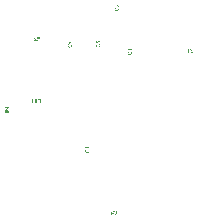
<source format=gbr>
%FSTAX23Y23*%
%MOIN*%
%SFA1B1*%

%IPPOS*%
%ADD10C,0.006000*%
%ADD11C,0.007874*%
%ADD12C,0.003937*%
%ADD13C,0.009843*%
%ADD16C,0.003150*%
%ADD17C,0.010000*%
%ADD19C,0.003000*%
G36*
X-00782Y-00006D02*
X-00782Y-00006D01*
X-00782Y-00006*
X-00783Y-00006*
X-00783Y-00006*
X-00783Y-00006*
X-00783Y-00007*
X-00783Y-00007*
X-00784Y-00007*
X-00784Y-00007*
X-00784Y-00007*
X-00784Y-00007*
X-00784Y-00007*
X-00784Y-00007*
X-00784Y-00007*
X-00784Y-00008*
X-00785Y-00008*
X-00785Y-00008*
X-00785Y-00008*
X-00785Y-00009*
X-00785Y-00009*
X-00785Y-00009*
X-00785Y-00009*
X-00785Y-00009*
X-00785Y-00009*
X-00785Y-00009*
X-00785Y-00009*
X-00787*
X-00787Y-00009*
X-00787Y-00009*
X-00786Y-00008*
X-00786Y-00008*
X-00786Y-00008*
X-00786Y-00008*
X-00786Y-00008*
X-00786Y-00008*
X-00786Y-00008*
X-00786Y-00008*
X-00786Y-00008*
X-00786Y-00008*
X-00786Y-00007*
X-00786Y-00007*
X-00785Y-00007*
X-00785Y-00006*
X-00785Y-00006*
X-00785Y-00006*
X-00785Y-00006*
X-00785Y-00006*
X-00785Y-00006*
X-00785Y-00006*
X-00785Y-00006*
X-00785Y-00006*
X-00795*
Y-00005*
X-00782*
Y-00006*
G37*
G36*
X-00782Y-00014D02*
X-00789D01*
X-0079Y-00014*
X-0079Y-00014*
X-00791Y-00014*
X-00791Y-00014*
X-00791Y-00015*
X-00792Y-00015*
X-00792Y-00015*
X-00792Y-00015*
X-00792Y-00015*
X-00792Y-00015*
X-00792Y-00015*
X-00793Y-00015*
X-00793Y-00015*
X-00793Y-00015*
X-00793Y-00015*
X-00793Y-00015*
X-00793Y-00015*
X-00793Y-00015*
X-00793Y-00016*
X-00793Y-00016*
X-00793Y-00016*
X-00793Y-00016*
X-00793Y-00017*
X-00793Y-00017*
X-00794Y-00017*
X-00794Y-00017*
X-00794Y-00017*
X-00794Y-00017*
Y-00018*
X-00794Y-00018*
Y-00018*
X-00794Y-00018*
X-00794Y-00019*
X-00793Y-00019*
X-00793Y-00019*
X-00793Y-00019*
X-00793Y-00019*
X-00793Y-00019*
X-00793Y-00019*
X-00793Y-00019*
X-00793Y-00019*
X-00793Y-0002*
X-00793Y-0002*
X-00793Y-0002*
Y-0002*
X-00793Y-0002*
X-00793Y-0002*
X-00793Y-0002*
X-00792Y-0002*
X-00792Y-00021*
X-00792Y-00021*
X-00792Y-00021*
X-00792Y-00021*
X-00792Y-00021*
X-00792Y-00021*
X-00792*
X-00792Y-00021*
X-00792Y-00021*
X-00791Y-00021*
X-00791Y-00021*
X-00791Y-00021*
X-0079Y-00021*
X-0079Y-00021*
X-0079Y-00021*
X-0079*
X-0079Y-00021*
X-0079*
X-0079*
X-0079*
X-00789*
X-00782*
Y-00023*
X-0079*
X-0079Y-00023*
X-0079Y-00023*
X-00791Y-00023*
X-00791Y-00023*
X-00791Y-00023*
X-00791Y-00023*
X-00792Y-00022*
X-00792Y-00022*
X-00792Y-00022*
X-00792Y-00022*
X-00792Y-00022*
X-00792Y-00022*
X-00793Y-00022*
X-00793Y-00022*
X-00793Y-00022*
X-00793*
X-00793Y-00022*
X-00793Y-00022*
X-00793Y-00022*
X-00793Y-00022*
X-00794Y-00022*
X-00794Y-00021*
X-00794Y-00021*
X-00794Y-00021*
X-00794Y-00021*
X-00794Y-00021*
X-00794Y-00021*
X-00794Y-00021*
X-00794Y-00021*
X-00794Y-00021*
X-00794Y-00021*
X-00795Y-00021*
X-00795Y-0002*
X-00795Y-0002*
X-00795Y-0002*
X-00795Y-0002*
X-00795Y-00019*
X-00795Y-00019*
X-00795Y-00019*
X-00795Y-00018*
X-00795Y-00018*
X-00795Y-00018*
X-00795Y-00018*
X-00795Y-00018*
Y-00018*
X-00795Y-00017*
X-00795Y-00017*
X-00795Y-00017*
X-00795Y-00016*
X-00795Y-00016*
X-00795Y-00016*
X-00795Y-00016*
X-00795Y-00015*
X-00795Y-00015*
X-00795Y-00015*
X-00795Y-00015*
X-00795Y-00015*
X-00794Y-00015*
X-00794Y-00015*
X-00794Y-00015*
X-00794Y-00015*
X-00794Y-00014*
X-00794Y-00014*
X-00794Y-00014*
X-00794Y-00014*
X-00794Y-00014*
X-00794Y-00014*
X-00793Y-00014*
X-00793Y-00013*
X-00793Y-00013*
X-00793Y-00013*
X-00793Y-00013*
X-00793Y-00013*
X-00793Y-00013*
X-00793Y-00013*
X-00793Y-00013*
X-00793*
X-00792Y-00013*
X-00792Y-00013*
X-00792Y-00013*
X-00791Y-00013*
X-00791Y-00013*
X-00791Y-00013*
X-0079Y-00013*
X-0079Y-00013*
X-0079Y-00013*
X-0079*
X-0079Y-00013*
X-0079*
X-0079*
X-0079*
X-00782*
Y-00014*
G37*
G36*
X-00452Y00322D02*
X-00452Y00322D01*
X-00452Y00322*
X-00451Y00321*
X-00451Y00321*
X-00451Y00321*
X-00451Y00321*
X-00451Y00321*
X-00451Y00321*
X-00451Y00321*
X-00451Y00321*
X-00451Y00321*
X-00451Y00321*
X-0045Y0032*
X-0045Y0032*
X-00449Y0032*
X-00449Y0032*
X-00449Y0032*
X-00449Y00319*
X-00449Y00319*
X-00449Y00319*
X-00449Y00319*
X-00448Y00319*
X-00448Y00319*
X-00448Y00319*
X-00448Y00319*
Y00318*
X-00449Y00318*
X-00449Y00318*
X-00449Y00318*
X-00449Y00318*
X-0045Y00318*
X-0045Y00318*
X-0045Y00318*
X-0045Y00318*
X-0045Y00318*
X-0045Y00318*
X-0045Y00318*
X-0045Y00318*
X-0045Y00319*
X-00451Y00319*
X-00451Y00319*
X-00451Y00319*
X-00451Y00319*
X-00451Y00319*
X-00451Y00319*
X-00451Y00319*
X-00451Y00319*
X-00451Y00319*
X-00451Y00319*
X-00451Y00319*
Y00309*
X-00453*
Y00322*
X-00452*
X-00452Y00322*
G37*
G36*
X-00439Y00316D02*
X-00435Y00309D01*
X-00437*
X-0044Y00314*
X-0044Y00314*
X-0044Y00314*
X-0044Y00314*
X-0044Y00314*
X-0044Y00315*
X-0044Y00315*
X-0044Y00315*
X-0044Y00315*
X-0044Y00315*
Y00315*
X-00441Y00315*
X-00441Y00314*
X-00441Y00314*
X-00441Y00314*
X-00441Y00314*
X-00441Y00314*
X-00441Y00314*
X-00444Y00309*
X-00446*
X-00441Y00316*
X-00446Y00322*
X-00444*
X-00441Y00319*
X-00441Y00319*
X-00441Y00318*
X-00441Y00318*
X-00441Y00318*
X-00441Y00318*
X-00441Y00318*
X-00441Y00318*
X-00441Y00318*
X-0044Y00317*
X-0044Y00317*
Y00317*
X-0044Y00318*
X-0044Y00318*
X-0044Y00318*
X-0044Y00318*
X-0044Y00319*
X-0044Y00319*
X-0044Y00319*
X-00439Y00319*
X-00439Y00319*
X-00439Y00319*
X-00439Y00319*
X-00437Y00322*
X-00435*
X-00439Y00316*
G37*
G36*
X-00962Y00363D02*
X-00962Y00363D01*
X-00962Y00363*
X-00961Y00363*
X-00961Y00363*
X-00961Y00363*
X-00961Y00363*
X-0096Y00363*
X-0096Y00362*
X-0096Y00362*
X-0096Y00362*
X-0096Y00362*
X-0096Y00362*
X-0096Y00362*
X-0096Y00362*
X-0096Y00362*
X-00959Y00362*
X-00959Y00362*
X-00959Y00361*
X-00959Y00361*
X-00959Y00361*
X-00959Y00361*
X-00959Y00361*
X-00959Y0036*
X-00959Y0036*
X-00958Y0036*
X-00958Y0036*
X-00958Y0036*
X-00958Y0036*
X-00958Y00359*
X-00958Y00359*
Y00359*
X-0096Y00359*
X-0096Y00359*
X-0096Y0036*
X-0096Y0036*
X-0096Y0036*
X-0096Y0036*
X-0096Y0036*
X-0096Y0036*
X-0096Y00361*
X-0096Y00361*
X-0096Y00361*
X-0096Y00361*
X-00961Y00361*
X-00961Y00361*
X-00961Y00361*
X-00961Y00361*
X-00961Y00361*
X-00961Y00361*
X-00961Y00361*
X-00961Y00361*
X-00961Y00361*
X-00961Y00362*
X-00962Y00362*
X-00962Y00362*
X-00962Y00362*
X-00962Y00362*
X-00962Y00362*
X-00962Y00362*
X-00962Y00362*
X-00962*
X-00963Y00362*
X-00963Y00362*
X-00963Y00362*
X-00963Y00362*
X-00963Y00362*
X-00963Y00362*
X-00964Y00361*
X-00964Y00361*
X-00964Y00361*
X-00964Y00361*
X-00964Y00361*
X-00964Y00361*
X-00964Y00361*
X-00964Y00361*
X-00964Y00361*
X-00964Y00361*
X-00964Y00361*
X-00964Y00361*
X-00965Y00361*
X-00965Y00361*
X-00965Y0036*
X-00965Y0036*
X-00965Y0036*
X-00965Y0036*
X-00965Y0036*
X-00965Y0036*
X-00965Y0036*
X-00965Y0036*
Y0036*
Y0036*
Y0036*
X-00965Y00359*
X-00965Y00359*
X-00965Y00359*
X-00965Y00359*
X-00965Y00359*
X-00965Y00358*
X-00964Y00358*
X-00964Y00358*
X-00964Y00358*
X-00964Y00358*
X-00964Y00358*
X-00964Y00358*
X-00964Y00358*
X-00964Y00358*
X-00964Y00357*
X-00964Y00357*
X-00964Y00357*
X-00963Y00357*
X-00963Y00357*
X-00963Y00356*
X-00963Y00356*
X-00962Y00356*
X-00962Y00356*
X-00962Y00356*
X-00962Y00355*
X-00962Y00355*
X-00962Y00355*
X-00961Y00355*
X-00961Y00355*
X-00961Y00355*
X-00961*
X-00961Y00355*
X-00961Y00355*
X-00961Y00354*
X-0096Y00354*
X-0096Y00354*
X-0096Y00354*
X-0096Y00354*
X-0096Y00354*
X-0096Y00353*
X-0096Y00353*
X-00959Y00353*
X-00959Y00353*
X-00959Y00353*
X-00959Y00353*
X-00959Y00353*
X-00959Y00353*
X-00959Y00353*
X-00959Y00352*
X-00959Y00352*
X-00958Y00352*
X-00958Y00352*
X-00958Y00352*
X-00958Y00352*
X-00958Y00351*
X-00958Y00351*
X-00958Y00351*
X-00958Y00351*
Y00351*
X-00958Y00351*
X-00958Y00351*
X-00958Y00351*
X-00958Y00351*
X-00958Y0035*
Y0035*
Y0035*
Y0035*
Y0035*
Y0035*
X-00967*
Y00352*
X-0096*
X-0096Y00352*
X-0096Y00352*
X-00961Y00352*
X-00961Y00352*
X-00961Y00352*
X-00961Y00352*
X-00961Y00353*
X-00961Y00353*
X-00961Y00353*
X-00961Y00353*
X-00961Y00353*
X-00961Y00353*
X-00962Y00353*
X-00962Y00354*
X-00962Y00354*
X-00962Y00354*
X-00962Y00354*
X-00962Y00354*
X-00963Y00354*
X-00963Y00354*
X-00963Y00354*
X-00963Y00354*
X-00963Y00354*
X-00963Y00355*
X-00964Y00355*
X-00964Y00355*
X-00964Y00355*
X-00964Y00355*
X-00964Y00356*
X-00965Y00356*
X-00965Y00356*
X-00965Y00356*
X-00965Y00356*
X-00965Y00356*
X-00965Y00356*
X-00965Y00356*
X-00965Y00356*
X-00965Y00356*
X-00965Y00357*
X-00966Y00357*
X-00966Y00357*
X-00966Y00357*
X-00966Y00358*
X-00966Y00358*
X-00966Y00358*
X-00966Y00358*
X-00966Y00358*
X-00966Y00358*
X-00966Y00358*
Y00358*
X-00966Y00358*
X-00966Y00359*
X-00966Y00359*
X-00966Y00359*
X-00966Y00359*
Y00359*
X-00966Y00359*
Y00359*
Y00359*
Y00359*
Y00359*
X-00966Y0036*
X-00966Y0036*
X-00966Y0036*
X-00966Y00361*
X-00966Y00361*
X-00966Y00361*
X-00966Y00361*
X-00966Y00361*
X-00966Y00361*
X-00966Y00362*
X-00966Y00362*
X-00966Y00362*
X-00966Y00362*
X-00965Y00362*
X-00965Y00362*
X-00965Y00362*
X-00965Y00362*
X-00965Y00362*
X-00965Y00362*
X-00965Y00363*
X-00964Y00363*
X-00964Y00363*
X-00964Y00363*
X-00964Y00363*
X-00963Y00363*
X-00963Y00363*
X-00963Y00363*
X-00963Y00363*
X-00963*
X-00963Y00363*
X-00962*
X-00962Y00363*
G37*
G36*
X-00946Y0035D02*
X-00948D01*
Y00356*
X-0095*
X-0095Y00356*
X-0095Y00356*
X-0095Y00356*
X-0095Y00356*
X-00951Y00356*
X-00951Y00356*
X-00951*
X-00951Y00356*
X-00951Y00356*
X-00951Y00356*
X-00951Y00356*
X-00951Y00356*
X-00951Y00356*
X-00951Y00355*
X-00951Y00355*
X-00952Y00355*
X-00952Y00355*
X-00952Y00355*
X-00952Y00355*
X-00952Y00355*
X-00952Y00355*
X-00952Y00355*
X-00952Y00355*
X-00952Y00355*
Y00355*
X-00952Y00354*
X-00952Y00354*
X-00953Y00354*
X-00953Y00354*
X-00953Y00353*
X-00953Y00353*
X-00953Y00353*
X-00953Y00353*
X-00953Y00353*
X-00953Y00353*
X-00953Y00353*
X-00953Y00353*
X-00953Y00353*
X-00955Y0035*
X-00957*
X-00955Y00354*
X-00955Y00354*
X-00955Y00354*
X-00954Y00355*
X-00954Y00355*
X-00954Y00355*
X-00954Y00355*
X-00954Y00355*
X-00954Y00355*
X-00954Y00355*
X-00954Y00355*
X-00954Y00355*
X-00954Y00355*
X-00954Y00355*
X-00954Y00355*
X-00953Y00356*
X-00953Y00356*
X-00953Y00356*
X-00953Y00356*
X-00953Y00356*
X-00953Y00356*
X-00953Y00356*
X-00953Y00356*
X-00953*
X-00953Y00356*
X-00953Y00356*
X-00954Y00356*
X-00954Y00356*
X-00954Y00356*
X-00954Y00356*
X-00955Y00357*
X-00955Y00357*
X-00955Y00357*
X-00955Y00357*
X-00955Y00357*
X-00955Y00357*
X-00955Y00357*
X-00955Y00357*
X-00955Y00357*
X-00955Y00357*
X-00956Y00357*
X-00956Y00358*
X-00956Y00358*
X-00956Y00358*
X-00956Y00358*
X-00956Y00358*
X-00956Y00359*
X-00956Y00359*
X-00956Y00359*
X-00956Y00359*
X-00956Y00359*
X-00956Y00359*
X-00956Y00359*
Y00359*
Y00359*
Y00359*
X-00956Y0036*
X-00956Y0036*
X-00956Y0036*
X-00956Y00361*
X-00956Y00361*
X-00956Y00361*
X-00956Y00361*
X-00956Y00361*
X-00956Y00361*
X-00956Y00361*
X-00956Y00361*
X-00956Y00361*
X-00956Y00361*
X-00956Y00361*
X-00956Y00362*
X-00955Y00362*
X-00955Y00362*
X-00955Y00362*
X-00955Y00362*
X-00955Y00362*
X-00955Y00362*
X-00955Y00362*
X-00955Y00363*
X-00954Y00363*
X-00954Y00363*
X-00954Y00363*
X-00954Y00363*
X-00954*
X-00954Y00363*
X-00954Y00363*
X-00954Y00363*
X-00954Y00363*
X-00953Y00363*
X-00953Y00363*
X-00952Y00363*
X-00952Y00363*
X-00952Y00363*
X-00952Y00363*
X-00946*
Y0035*
G37*
G36*
X-00702Y-0022D02*
X-00702Y-00221D01*
X-00703Y-00221*
X-00703Y-00221*
X-00703Y-00221*
X-00703Y-00221*
X-00703Y-00222*
X-00703Y-00222*
X-00703Y-00222*
X-00704Y-00222*
X-00704Y-00222*
X-00704Y-00222*
X-00704Y-00222*
X-00704Y-00222*
X-00704Y-00222*
X-00704Y-00222*
X-00704Y-00222*
X-00704Y-00222*
X-00704Y-00222*
X-00705Y-00222*
X-00705Y-00223*
X-00705Y-00223*
X-00705Y-00223*
X-00705*
X-00704Y-00223*
X-00704Y-00223*
X-00704Y-00223*
X-00703Y-00223*
X-00703Y-00223*
X-00703Y-00223*
X-00703Y-00223*
X-00703Y-00223*
X-00702Y-00223*
X-00702Y-00223*
X-00702Y-00224*
X-00702Y-00224*
X-00702Y-00224*
X-00702Y-00224*
X-00702Y-00224*
X-00702Y-00224*
X-00702Y-00224*
X-00702Y-00224*
X-00702Y-00224*
X-00701Y-00224*
X-00701Y-00225*
X-00701Y-00225*
X-00701Y-00225*
X-00701Y-00225*
X-00701Y-00225*
X-00701Y-00226*
X-00701Y-00226*
X-00701Y-00226*
X-00701Y-00226*
Y-00226*
Y-00226*
Y-00226*
X-00701Y-00226*
X-00701Y-00226*
X-00701Y-00227*
X-00701Y-00227*
X-00701Y-00227*
X-00701Y-00227*
X-00701Y-00228*
X-00701Y-00228*
X-00701Y-00228*
X-00701Y-00228*
X-00702Y-00228*
X-00702Y-00228*
X-00702Y-00228*
X-00702Y-00228*
X-00702Y-00228*
X-00702Y-00228*
X-00702Y-00228*
X-00702Y-00229*
X-00702Y-00229*
X-00702Y-00229*
X-00702Y-00229*
X-00703Y-00229*
X-00703Y-00229*
X-00703Y-00229*
X-00703Y-00229*
X-00703Y-00229*
X-00703Y-00229*
X-00703*
X-00703Y-00229*
X-00703Y-00229*
X-00704Y-00229*
X-00704Y-00229*
X-00704Y-00229*
X-00705Y-00229*
X-00705Y-00229*
X-00705Y-00229*
X-00705Y-0023*
X-00705Y-0023*
X-00711*
Y-00217*
X-0071*
Y-00222*
X-00707*
X-00707Y-00222*
X-00707Y-00222*
X-00707Y-00222*
X-00707Y-00222*
X-00707Y-00222*
X-00707Y-00222*
X-00707*
X-00707Y-00222*
X-00706Y-00222*
X-00706Y-00222*
X-00706Y-00222*
X-00706Y-00222*
X-00706Y-00222*
X-00706Y-00222*
X-00706Y-00222*
X-00706Y-00222*
X-00706Y-00222*
X-00705Y-00222*
X-00705Y-00221*
X-00705Y-00221*
X-00705Y-00221*
X-00705Y-00221*
X-00705Y-00221*
X-00705Y-00221*
Y-00221*
X-00705Y-00221*
X-00705Y-00221*
X-00705Y-00221*
X-00704Y-0022*
X-00704Y-0022*
X-00704Y-0022*
X-00704Y-0022*
X-00704Y-0022*
X-00704Y-0022*
X-00704Y-00219*
X-00704Y-00219*
X-00704Y-00219*
X-00704Y-00219*
X-00702Y-00217*
X-007*
X-00702Y-0022*
G37*
G36*
X-00695Y-00217D02*
X-00694Y-00217D01*
X-00694Y-00217*
X-00694Y-00217*
X-00693Y-00217*
X-00693Y-00217*
X-00693Y-00217*
X-00693Y-00217*
X-00693Y-00217*
X-00692Y-00217*
X-00692Y-00217*
X-00692Y-00217*
X-00692Y-00218*
X-00692Y-00218*
X-00692Y-00218*
X-00692Y-00218*
X-00692Y-00218*
X-00691Y-00218*
X-00691Y-00218*
X-00691Y-00219*
X-00691Y-00219*
X-00691Y-00219*
X-00691Y-00219*
X-00691Y-0022*
X-00691Y-0022*
X-00691Y-0022*
X-00691Y-0022*
X-00691Y-0022*
X-00691Y-0022*
X-00691Y-0022*
Y-0022*
Y-0022*
X-00691Y-00221*
X-00691Y-00221*
X-00691Y-00221*
X-00691Y-00221*
X-00691Y-00222*
X-00691Y-00222*
X-00691Y-00222*
X-00691Y-00222*
X-00691Y-00222*
X-00691Y-00222*
X-00691Y-00222*
X-00691Y-00222*
X-00691Y-00222*
X-00691Y-00223*
X-00691Y-00223*
X-00691Y-00223*
X-00691Y-00223*
X-00692Y-00223*
X-00692Y-00223*
X-00692Y-00223*
X-00692Y-00223*
X-00692Y-00223*
X-00692Y-00223*
X-00693Y-00223*
X-00693Y-00224*
X-00693Y-00224*
X-00693Y-00224*
X-00693Y-00224*
X-00693Y-00224*
X-00693Y-00224*
X-00693*
X-00693Y-00224*
X-00692Y-00224*
X-00692Y-00224*
X-00692Y-00224*
X-00692Y-00224*
X-00692Y-00225*
X-00692Y-00225*
X-00692Y-00225*
X-00692Y-00225*
Y-00225*
X-00692Y-00225*
X-00691Y-00225*
X-00691Y-00226*
X-00691Y-00226*
X-00691Y-00226*
X-00691Y-00226*
Y-00226*
X-00691Y-00226*
Y-00226*
Y-00226*
Y-00226*
Y-00226*
X-00691Y-00227*
X-00691Y-00227*
X-00691Y-00227*
X-00692Y-00227*
X-00692Y-00228*
X-00692Y-00228*
X-00692Y-00228*
X-00692Y-00228*
X-00692Y-00228*
X-00692Y-00228*
X-00692Y-00228*
X-00692Y-00228*
X-00692Y-00228*
X-00692Y-00228*
X-00692Y-00229*
X-00693Y-00229*
X-00693Y-00229*
X-00693Y-00229*
X-00693Y-00229*
X-00693Y-00229*
X-00693Y-00229*
X-00693Y-00229*
X-00693*
X-00693Y-00229*
X-00694Y-00229*
X-00694Y-00229*
X-00694Y-0023*
X-00695Y-0023*
X-00695Y-0023*
X-00695Y-0023*
X-00695*
X-00695Y-0023*
X-00695*
X-00695Y-0023*
X-00696Y-0023*
X-00696Y-00229*
X-00696Y-00229*
X-00696Y-00229*
X-00697Y-00229*
X-00697Y-00229*
X-00697Y-00229*
X-00697Y-00229*
X-00697Y-00229*
X-00697Y-00229*
X-00697Y-00229*
X-00697Y-00229*
X-00698Y-00229*
X-00698Y-00229*
X-00698Y-00229*
X-00698Y-00229*
X-00698Y-00228*
X-00698Y-00228*
X-00698Y-00228*
X-00698Y-00228*
X-00698Y-00228*
X-00699Y-00227*
X-00699Y-00227*
X-00699Y-00227*
X-00699Y-00227*
X-00699Y-00227*
X-00699Y-00227*
X-00699Y-00226*
X-00699Y-00226*
X-00699Y-00226*
Y-00226*
X-00697Y-00226*
X-00697Y-00226*
X-00697Y-00226*
X-00697Y-00227*
X-00697Y-00227*
X-00697Y-00227*
X-00697Y-00227*
X-00697Y-00227*
X-00697Y-00227*
X-00697Y-00227*
X-00697Y-00227*
X-00697Y-00228*
X-00697Y-00228*
X-00697Y-00228*
X-00697Y-00228*
X-00697Y-00228*
X-00697Y-00228*
X-00696Y-00228*
X-00696Y-00228*
X-00696Y-00228*
X-00696Y-00228*
X-00696Y-00228*
X-00696Y-00228*
X-00695Y-00228*
X-00695Y-00228*
X-00695Y-00228*
X-00695Y-00228*
X-00695*
X-00695Y-00228*
X-00695Y-00228*
X-00694Y-00228*
X-00694Y-00228*
X-00694Y-00228*
X-00694Y-00228*
X-00694Y-00228*
X-00694Y-00228*
X-00694Y-00228*
X-00694Y-00228*
X-00694Y-00228*
X-00693Y-00228*
X-00693Y-00228*
X-00693Y-00228*
X-00693Y-00227*
X-00693Y-00227*
X-00693Y-00227*
X-00693Y-00227*
X-00693Y-00227*
X-00693Y-00227*
X-00693Y-00226*
X-00693Y-00226*
X-00693Y-00226*
Y-00226*
Y-00226*
Y-00226*
X-00693Y-00226*
X-00693Y-00226*
X-00693Y-00226*
X-00693Y-00226*
X-00693Y-00225*
X-00693Y-00225*
X-00693Y-00225*
X-00693Y-00225*
X-00693Y-00225*
X-00693Y-00225*
X-00694Y-00225*
X-00694Y-00225*
X-00694Y-00225*
X-00694Y-00225*
X-00694Y-00225*
X-00694Y-00225*
X-00694Y-00225*
X-00694Y-00224*
X-00694Y-00224*
X-00695Y-00224*
X-00695Y-00224*
X-00695Y-00224*
X-00695Y-00224*
X-00695Y-00224*
X-00695*
X-00695Y-00224*
X-00696*
X-00696Y-00224*
X-00696Y-00224*
X-00696*
X-00696Y-00223*
X-00696Y-00223*
X-00695Y-00223*
X-00695Y-00223*
X-00695Y-00223*
X-00695Y-00223*
X-00695Y-00223*
X-00695*
X-00695Y-00223*
X-00694Y-00223*
X-00694Y-00223*
X-00694Y-00223*
X-00694Y-00223*
X-00694Y-00223*
X-00694Y-00223*
X-00694Y-00223*
X-00693Y-00223*
X-00693Y-00222*
X-00693Y-00222*
X-00693Y-00222*
X-00693Y-00222*
X-00693Y-00222*
X-00693Y-00222*
X-00693Y-00222*
X-00693Y-00222*
X-00693Y-00222*
X-00693Y-00222*
X-00693Y-00222*
X-00693Y-00222*
X-00692Y-00221*
X-00692Y-00221*
X-00692Y-00221*
X-00692Y-00221*
X-00692Y-00221*
X-00692Y-00221*
X-00692Y-00221*
Y-00221*
Y-0022*
Y-0022*
X-00692Y-0022*
X-00692Y-0022*
X-00692Y-0022*
X-00692Y-0022*
X-00692Y-0022*
X-00693Y-00219*
X-00693Y-00219*
X-00693Y-00219*
X-00693Y-00219*
X-00693Y-00219*
X-00693Y-00219*
X-00693Y-00219*
X-00693Y-00219*
X-00693Y-00219*
X-00693Y-00219*
X-00693Y-00219*
X-00693Y-00218*
X-00693Y-00218*
X-00694Y-00218*
X-00694Y-00218*
X-00694Y-00218*
X-00694Y-00218*
X-00694Y-00218*
X-00694Y-00218*
X-00694Y-00218*
X-00695Y-00218*
X-00695Y-00218*
X-00695Y-00218*
X-00695Y-00218*
X-00695*
X-00695Y-00218*
X-00695Y-00218*
X-00696Y-00218*
X-00696Y-00218*
X-00696Y-00218*
X-00696Y-00218*
X-00696Y-00218*
X-00696Y-00218*
X-00696Y-00218*
X-00696Y-00218*
X-00697Y-00218*
X-00697Y-00218*
X-00697Y-00218*
X-00697Y-00219*
X-00697Y-00219*
X-00697Y-00219*
X-00697Y-00219*
X-00697Y-00219*
X-00697Y-0022*
X-00697Y-0022*
X-00697Y-0022*
X-00697Y-0022*
X-00697Y-0022*
X-00697Y-0022*
X-00697Y-0022*
X-00697Y-0022*
Y-0022*
X-00699Y-0022*
X-00699Y-0022*
X-00699Y-0022*
X-00699Y-00219*
X-00699Y-00219*
X-00699Y-00219*
X-00699Y-00219*
X-00698Y-00218*
X-00698Y-00218*
X-00698Y-00218*
X-00698Y-00218*
X-00698Y-00218*
X-00698Y-00218*
X-00698Y-00218*
X-00698Y-00218*
X-00698Y-00218*
X-00698Y-00217*
X-00698Y-00217*
X-00697Y-00217*
X-00697Y-00217*
X-00697Y-00217*
X-00697Y-00217*
X-00696Y-00217*
X-00696Y-00217*
X-00696Y-00217*
X-00696Y-00217*
X-00696Y-00217*
X-00695Y-00217*
X-00695Y-00217*
X-00695*
X-00695Y-00217*
X-00695*
X-00695Y-00217*
G37*
G36*
X-00971Y00155D02*
X-00971Y00155D01*
X-00971Y00155*
X-00971Y00155*
X-0097Y00154*
X-0097Y00154*
X-0097Y00154*
X-0097Y00154*
X-0097Y00154*
X-0097Y00154*
X-0097Y00154*
X-0097Y00154*
X-0097Y00154*
X-00969Y00154*
X-00969Y00153*
X-00969Y00153*
X-00968Y00153*
X-00968Y00153*
X-00968Y00153*
X-00968Y00153*
X-00968Y00152*
X-00968Y00152*
X-00968Y00152*
X-00968Y00152*
X-00967Y00152*
X-00967Y00152*
Y00151*
X-00968Y00151*
X-00968Y00151*
X-00968Y00151*
X-00969Y00151*
X-00969Y00151*
X-00969Y00151*
X-00969Y00151*
X-00969Y00152*
X-00969Y00152*
X-00969Y00152*
X-00969Y00152*
X-00969Y00152*
X-00969Y00152*
X-0097Y00152*
X-0097Y00152*
X-0097Y00152*
X-0097Y00152*
X-0097Y00153*
X-0097Y00153*
X-00971Y00153*
X-00971Y00153*
X-00971Y00153*
X-00971Y00153*
X-00971Y00153*
Y00143*
X-00972*
Y00156*
X-00971*
X-00971Y00155*
G37*
G36*
X-00944Y00143D02*
X-00946D01*
Y00149*
X-00952*
Y0015*
X-00946*
Y00154*
X-00953*
Y00156*
X-00944*
Y00143*
G37*
G36*
X-00955D02*
X-0096D01*
X-0096Y00143*
X-0096Y00143*
X-00961Y00143*
X-00961Y00143*
X-00961Y00143*
X-00961Y00143*
X-00961Y00143*
X-00961Y00143*
X-00962Y00143*
X-00962Y00143*
X-00962Y00143*
X-00962Y00143*
X-00962Y00143*
X-00962Y00143*
X-00962*
X-00962Y00143*
X-00962Y00143*
X-00963Y00143*
X-00963Y00143*
X-00963Y00143*
X-00963Y00143*
X-00963Y00143*
X-00963Y00143*
X-00963Y00144*
X-00963Y00144*
X-00963*
X-00963Y00144*
X-00964Y00144*
X-00964Y00144*
X-00964Y00144*
X-00964Y00144*
X-00964Y00145*
X-00964Y00145*
X-00964Y00145*
X-00964Y00145*
X-00964Y00145*
Y00145*
X-00964Y00145*
X-00964Y00145*
X-00964Y00146*
X-00965Y00146*
X-00965Y00146*
X-00965Y00146*
X-00965Y00146*
Y00146*
X-00965Y00146*
Y00146*
Y00146*
Y00146*
X-00965Y00147*
X-00965Y00147*
X-00965Y00147*
X-00964Y00147*
X-00964Y00147*
X-00964Y00148*
X-00964Y00148*
X-00964Y00148*
X-00964Y00148*
X-00964Y00148*
X-00964Y00148*
X-00964Y00148*
X-00964Y00148*
X-00964Y00148*
X-00964Y00148*
X-00964Y00148*
X-00964Y00148*
X-00964Y00149*
X-00963Y00149*
X-00963Y00149*
X-00963Y00149*
X-00963Y00149*
X-00963Y00149*
X-00962Y00149*
X-00962Y00149*
X-00962Y00149*
X-00962Y00149*
X-00962Y0015*
X-00962*
X-00962Y0015*
X-00963Y0015*
X-00963Y0015*
X-00963Y0015*
X-00963Y0015*
X-00963Y00151*
X-00963Y00151*
X-00963Y00151*
X-00963Y00151*
Y00151*
X-00964Y00151*
X-00964Y00151*
X-00964Y00151*
X-00964Y00152*
X-00964Y00152*
X-00964Y00152*
X-00964Y00152*
Y00152*
X-00964Y00152*
Y00152*
Y00152*
Y00152*
Y00152*
X-00964Y00153*
X-00964Y00153*
X-00964Y00153*
X-00964Y00153*
X-00964Y00154*
X-00964Y00154*
X-00964Y00154*
X-00964Y00154*
X-00963Y00154*
X-00963Y00154*
X-00963Y00154*
X-00963Y00154*
X-00963Y00154*
X-00963Y00154*
X-00963Y00155*
X-00963Y00155*
X-00962Y00155*
X-00962Y00155*
X-00962Y00155*
X-00962Y00155*
X-00962Y00155*
X-00962Y00155*
X-00962*
X-00962Y00155*
X-00962Y00155*
X-00961Y00155*
X-00961Y00155*
X-00961Y00155*
X-0096Y00155*
X-0096Y00155*
X-0096Y00155*
X-0096*
X-0096Y00156*
X-00955*
Y00143*
G37*
G36*
X-01051Y00127D02*
X-01051Y00127D01*
X-01052Y00127*
X-01052Y00127*
X-01052Y00127*
X-01052Y00127*
X-01053Y00126*
X-01053Y00126*
X-01053Y00126*
X-01053Y00126*
X-01053Y00126*
X-01053Y00126*
X-01053Y00126*
X-01053Y00126*
X-01053Y00126*
X-01054Y00125*
X-01054Y00125*
X-01054Y00125*
X-01054Y00125*
X-01054Y00124*
X-01054Y00124*
X-01054Y00124*
X-01054Y00124*
X-01054Y00124*
X-01054Y00124*
X-01055Y00124*
X-01055Y00124*
X-01056*
X-01056Y00124*
X-01056Y00124*
X-01056Y00125*
X-01056Y00125*
X-01055Y00125*
X-01055Y00125*
X-01055Y00125*
X-01055Y00125*
X-01055Y00125*
X-01055Y00125*
X-01055Y00125*
X-01055Y00125*
X-01055Y00126*
X-01055Y00126*
X-01055Y00126*
X-01054Y00126*
X-01054Y00127*
X-01054Y00127*
X-01054Y00127*
X-01054Y00127*
X-01054Y00127*
X-01054Y00127*
X-01054Y00127*
X-01054Y00127*
X-01064*
Y00128*
X-01051*
Y00127*
G37*
G36*
X-01057Y00121D02*
X-01057Y00121D01*
X-01056Y00121*
X-01056Y00121*
X-01056Y00121*
X-01056Y00121*
X-01056Y00121*
X-01055Y00121*
X-01055Y00121*
X-01055Y0012*
X-01055Y0012*
X-01055Y0012*
X-01055Y0012*
X-01055Y0012*
X-01055Y0012*
X-01054Y0012*
X-01054Y0012*
X-01054Y0012*
X-01054Y0012*
X-01054Y0012*
X-01053Y0012*
X-01053Y0012*
X-01053Y00119*
X-01053Y00119*
X-01053Y00119*
X-01053Y00119*
X-01053Y00119*
X-01053Y00119*
X-01053Y00119*
X-01052Y00119*
X-01052Y00119*
X-01052Y00119*
X-01052Y00118*
X-01052Y00118*
X-01052Y00118*
X-01052Y00117*
X-01052Y00117*
X-01052Y00117*
X-01052Y00117*
X-01052Y00117*
X-01052Y00117*
X-01052Y00117*
Y00117*
X-01052Y00117*
X-01051Y00117*
X-01051Y00116*
X-01051Y00116*
X-01051Y00116*
X-01051Y00115*
Y00115*
X-01051Y00115*
Y0011*
X-01064*
Y00115*
X-01064Y00115*
X-01064Y00116*
X-01064Y00116*
X-01064Y00116*
X-01064Y00116*
X-01064Y00116*
X-01064Y00116*
X-01064Y00117*
X-01064Y00117*
X-01064Y00117*
X-01064Y00117*
X-01064Y00117*
X-01064Y00117*
Y00117*
X-01064Y00117*
X-01064Y00118*
X-01064Y00118*
X-01064Y00118*
X-01063Y00118*
X-01063Y00118*
X-01063Y00118*
X-01063Y00118*
X-01063Y00118*
X-01063Y00118*
X-01063Y00118*
Y00118*
X-01063Y00119*
X-01063Y00119*
X-01063Y00119*
X-01063Y00119*
X-01062Y00119*
X-01062Y0012*
X-01062Y0012*
X-01062Y0012*
X-01062Y0012*
X-01062Y0012*
X-01062Y0012*
X-01062Y0012*
X-01061Y0012*
X-01061Y0012*
X-01061Y0012*
X-01061Y0012*
X-01061Y0012*
X-0106Y0012*
X-0106Y0012*
X-0106Y00121*
X-0106Y00121*
X-0106*
X-0106Y00121*
X-01059Y00121*
X-01059Y00121*
X-01059Y00121*
X-01059Y00121*
X-01058Y00121*
X-01058Y00121*
X-01058Y00121*
X-01058Y00121*
X-01058*
X-01058*
X-01058*
X-01058*
X-01057*
X-01057Y00121*
G37*
G36*
X-00849Y00347D02*
X-00841D01*
Y00345*
X-00849Y0034*
X-0085*
Y00345*
X-00854*
Y00347*
X-0085*
Y00348*
X-00849*
Y00347*
G37*
G36*
X-00849Y00337D02*
X-00849Y00337D01*
X-0085Y00337*
X-0085Y00337*
X-0085Y00337*
X-0085Y00337*
X-00851Y00336*
X-00851Y00336*
X-00851Y00336*
X-00851Y00336*
X-00851Y00336*
X-00851Y00336*
X-00851Y00336*
X-00851Y00336*
X-00851Y00336*
X-00851Y00336*
X-00851Y00336*
X-00852Y00335*
X-00852Y00335*
X-00852Y00335*
X-00852Y00335*
X-00852Y00335*
X-00852Y00334*
X-00852Y00334*
X-00852Y00334*
X-00852Y00334*
X-00852Y00334*
X-00852Y00334*
X-00852Y00333*
Y00333*
X-00852Y00333*
Y00333*
X-00852Y00333*
X-00852Y00333*
X-00852Y00332*
X-00852Y00332*
X-00852Y00332*
X-00852Y00332*
X-00852Y00332*
X-00852Y00332*
X-00852Y00331*
X-00852Y00331*
X-00852Y00331*
X-00852Y00331*
X-00852Y00331*
X-00852Y00331*
X-00852Y00331*
X-00852Y00331*
X-00851Y00331*
X-00851Y00331*
X-00851Y0033*
X-00851Y0033*
X-00851Y0033*
X-00851Y0033*
X-00851Y0033*
X-0085Y0033*
X-0085Y0033*
X-0085Y0033*
X-0085Y0033*
X-0085Y0033*
X-0085Y0033*
X-0085Y0033*
X-0085Y0033*
X-00849Y00329*
X-00849Y00329*
X-00848Y00329*
X-00848Y00329*
X-00848Y00329*
X-00848Y00329*
X-00848Y00329*
X-00847Y00329*
X-00847*
X-00847Y00329*
X-00847*
X-00847*
X-00847*
X-00847Y00329*
X-00846Y00329*
X-00846Y00329*
X-00846Y00329*
X-00846Y00329*
X-00845Y00329*
X-00845Y00329*
X-00845Y00329*
X-00845Y00329*
X-00845Y00329*
X-00845Y00329*
X-00845Y00329*
X-00845Y0033*
X-00845*
X-00844Y0033*
X-00844Y0033*
X-00844Y0033*
X-00844Y0033*
X-00844Y0033*
X-00843Y0033*
X-00843Y0033*
X-00843Y0033*
X-00843Y0033*
X-00843Y00331*
X-00843Y00331*
X-00843Y00331*
X-00843Y00331*
X-00843Y00331*
X-00843Y00331*
X-00843Y00331*
X-00843Y00331*
X-00842Y00331*
X-00842Y00332*
X-00842Y00332*
X-00842Y00332*
X-00842Y00332*
X-00842Y00332*
X-00842Y00333*
X-00842Y00333*
X-00842Y00333*
X-00842Y00333*
X-00842Y00333*
X-00842Y00333*
Y00333*
X-00842Y00334*
X-00842Y00334*
X-00842Y00334*
X-00842Y00334*
X-00842Y00334*
X-00842Y00335*
X-00842Y00335*
X-00842Y00335*
X-00842Y00335*
X-00842Y00335*
X-00842Y00335*
X-00843Y00335*
X-00843Y00335*
X-00843Y00335*
X-00843Y00335*
X-00843Y00335*
X-00843Y00336*
X-00843Y00336*
X-00843Y00336*
X-00843Y00336*
X-00844Y00336*
X-00844Y00336*
X-00844Y00337*
X-00844Y00337*
X-00844Y00337*
X-00844Y00337*
X-00845Y00337*
X-00845Y00337*
X-00845Y00337*
X-00845*
X-00844Y00338*
X-00844Y00338*
X-00844Y00338*
X-00843Y00338*
X-00843Y00338*
X-00843Y00338*
X-00843Y00338*
X-00842Y00337*
X-00842Y00337*
X-00842Y00337*
X-00842Y00337*
X-00842Y00337*
X-00842Y00337*
X-00842Y00337*
X-00842Y00337*
X-00842Y00337*
X-00842Y00337*
X-00841Y00336*
X-00841Y00336*
X-00841Y00336*
X-00841Y00336*
X-00841Y00335*
X-00841Y00335*
X-00841Y00335*
X-00841Y00335*
X-00841Y00334*
X-00841Y00334*
X-00841Y00334*
X-00841Y00334*
Y00334*
X-00841Y00333*
Y00333*
X-00841Y00333*
X-00841Y00333*
X-00841Y00332*
X-00841Y00332*
X-00841Y00332*
X-00841Y00332*
X-00841Y00331*
X-00841Y00331*
X-00841Y00331*
X-00841Y00331*
X-00841Y00331*
X-00841Y00331*
X-00841Y0033*
X-00841Y0033*
X-00841Y0033*
X-00841Y0033*
X-00841Y0033*
X-00842Y0033*
X-00842Y0033*
X-00842Y00329*
X-00842Y00329*
X-00842Y00329*
X-00843Y00329*
X-00843Y00329*
X-00843Y00329*
X-00843Y00328*
X-00843Y00328*
X-00843Y00328*
X-00843Y00328*
X-00843Y00328*
X-00844Y00328*
X-00844Y00328*
X-00844Y00328*
X-00844Y00328*
X-00844Y00328*
X-00845Y00328*
X-00845Y00328*
X-00845Y00328*
X-00846Y00328*
X-00846Y00327*
X-00846Y00327*
X-00846Y00327*
X-00847Y00327*
X-00847Y00327*
X-00847Y00327*
X-00847*
X-00847*
X-00847*
X-00847*
X-00847Y00327*
X-00848Y00327*
X-00848Y00327*
X-00848Y00327*
X-00849Y00328*
X-00849Y00328*
X-00849Y00328*
X-00849Y00328*
X-0085Y00328*
X-0085Y00328*
X-0085Y00328*
X-0085Y00328*
X-0085Y00328*
X-0085Y00328*
X-0085Y00328*
X-0085Y00328*
X-00851Y00328*
X-00851Y00328*
X-00851Y00328*
X-00852Y00329*
X-00852Y00329*
X-00852Y00329*
X-00852Y00329*
X-00852Y00329*
X-00852Y00329*
X-00853Y0033*
X-00853Y0033*
X-00853Y0033*
X-00853Y0033*
X-00853Y0033*
X-00853Y0033*
X-00853Y0033*
X-00853Y0033*
X-00853Y00331*
X-00853Y00331*
X-00853Y00331*
X-00853Y00331*
X-00854Y00332*
X-00854Y00332*
X-00854Y00332*
X-00854Y00332*
X-00854Y00333*
X-00854Y00333*
X-00854Y00333*
Y00333*
X-00854Y00333*
Y00333*
X-00854Y00334*
X-00854Y00334*
X-00854Y00334*
X-00854Y00335*
X-00853Y00335*
X-00853Y00335*
X-00853Y00336*
X-00853Y00336*
X-00853Y00336*
X-00853Y00336*
X-00853Y00336*
X-00853Y00337*
X-00853Y00337*
X-00853Y00337*
X-00853Y00337*
X-00853Y00337*
X-00852Y00337*
X-00852Y00337*
X-00852Y00337*
X-00852Y00338*
X-00851Y00338*
X-00851Y00338*
X-00851Y00338*
X-00851Y00338*
X-0085Y00338*
X-0085Y00338*
X-0085Y00339*
X-0085Y00339*
X-0085Y00339*
X-0085Y00339*
X-0085Y00339*
X-0085*
X-00849Y00339*
X-00849*
X-00849Y00337*
G37*
G36*
X-00693Y0047D02*
X-00693Y0047D01*
X-00692Y0047*
X-00692Y0047*
X-00692Y0047*
X-00692Y0047*
X-00692Y0047*
X-00692Y0047*
X-00691Y00469*
X-00691Y00469*
X-00691Y00469*
X-00691Y00469*
X-00691Y00469*
X-00691Y00469*
X-00691Y00469*
X-00691Y00469*
X-00691Y00469*
X-00691Y00469*
X-00691Y00469*
X-0069Y00469*
X-0069Y00469*
X-0069Y00468*
X-0069Y00468*
X-0069Y00468*
X-0069Y00468*
X-0069Y00468*
X-0069Y00468*
X-0069Y00468*
X-0069Y00468*
X-0069Y00467*
Y00467*
X-0069Y00468*
X-0069Y00468*
X-00689Y00468*
X-00689Y00468*
X-00689Y00469*
X-00689Y00469*
X-00689Y00469*
X-00689Y00469*
X-00689Y00469*
X-00689*
X-00689Y00469*
X-00688Y00469*
X-00688Y00469*
X-00688Y00469*
X-00688Y00469*
X-00688Y00469*
X-00687*
X-00687Y00469*
X-00687*
X-00687*
X-00687*
X-00687*
X-00687Y00469*
X-00687Y00469*
X-00686Y00469*
X-00686Y00469*
X-00686Y00469*
X-00686Y00469*
X-00686Y00469*
X-00686Y00469*
X-00686Y00469*
X-00686Y00469*
X-00686Y00469*
X-00686Y00469*
X-00685Y00469*
X-00685Y00468*
X-00685Y00468*
X-00685Y00468*
X-00685Y00468*
X-00685Y00468*
X-00685Y00468*
X-00684Y00467*
X-00684Y00467*
X-00684Y00467*
Y00467*
X-00684Y00467*
X-00684Y00467*
X-00684Y00466*
X-00684Y00466*
X-00684Y00466*
X-00684Y00466*
X-00684Y00466*
Y00466*
X-00684Y00466*
Y00465*
X-00684Y00465*
X-00684Y00465*
X-00684Y00465*
X-00684Y00464*
X-00684Y00464*
X-00684Y00464*
X-00684Y00464*
X-00684Y00464*
X-00685Y00463*
X-00685Y00463*
X-00685Y00463*
X-00685Y00463*
X-00685Y00463*
X-00685Y00463*
X-00685Y00463*
X-00685Y00463*
X-00685Y00463*
X-00685Y00463*
X-00685Y00462*
X-00686Y00462*
X-00686Y00462*
X-00686Y00462*
X-00686Y00462*
X-00686Y00462*
X-00687Y00462*
X-00687Y00462*
X-00687Y00462*
X-00687Y00462*
X-00687Y00462*
X-00687Y00462*
X-00687Y00462*
X-00687*
X-00688Y00463*
X-00687Y00463*
X-00687Y00463*
X-00687Y00463*
X-00687Y00463*
X-00687Y00463*
X-00687Y00464*
X-00686Y00464*
X-00686Y00464*
X-00686Y00464*
X-00686Y00464*
X-00686Y00464*
X-00686Y00464*
X-00686Y00464*
X-00686Y00464*
X-00686Y00464*
X-00686Y00464*
X-00686Y00464*
X-00686Y00464*
X-00686Y00464*
X-00686Y00464*
X-00685Y00465*
X-00685Y00465*
X-00685Y00465*
X-00685Y00465*
X-00685Y00465*
X-00685Y00465*
Y00465*
X-00685Y00466*
X-00685Y00466*
X-00685Y00466*
X-00685Y00466*
X-00686Y00467*
X-00686Y00467*
X-00686Y00467*
X-00686Y00467*
X-00686Y00467*
X-00686Y00467*
X-00686Y00467*
X-00686Y00467*
X-00686Y00467*
X-00686Y00467*
X-00686Y00467*
X-00686Y00467*
X-00686Y00467*
X-00687Y00467*
X-00687Y00468*
X-00687Y00468*
X-00687Y00468*
X-00687Y00468*
X-00687Y00468*
X-00687*
X-00687*
X-00687*
X-00687Y00468*
X-00688Y00468*
X-00688Y00468*
X-00688Y00467*
X-00688Y00467*
X-00688Y00467*
X-00688Y00467*
X-00689Y00467*
X-00689Y00467*
X-00689Y00467*
X-00689Y00467*
X-00689Y00467*
X-00689Y00467*
X-00689Y00467*
X-00689Y00467*
X-00689Y00467*
X-00689Y00467*
X-00689Y00466*
X-00689Y00466*
X-00689Y00466*
X-00689Y00466*
X-00689Y00465*
X-00689Y00465*
X-00689Y00465*
Y00465*
X-00689Y00465*
Y00465*
X-00689Y00465*
X-00689Y00465*
Y00465*
X-00691Y00465*
X-00691Y00465*
X-00691Y00465*
X-00691Y00465*
X-00691Y00465*
X-00691Y00465*
X-00691Y00466*
Y00466*
X-00691Y00466*
X-00691Y00466*
X-00691Y00466*
X-00691Y00466*
X-00691Y00467*
X-00691Y00467*
X-00691Y00467*
X-00691Y00467*
X-00691Y00467*
X-00691Y00467*
X-00691Y00467*
X-00691Y00467*
X-00691Y00467*
X-00691Y00467*
X-00691Y00467*
X-00691Y00467*
X-00691Y00468*
X-00692Y00468*
X-00692Y00468*
X-00692Y00468*
X-00692Y00468*
X-00692Y00468*
X-00692Y00468*
X-00693Y00468*
X-00693Y00468*
X-00693Y00468*
X-00693Y00468*
X-00693Y00468*
X-00693*
X-00693*
X-00693*
X-00693Y00468*
X-00694Y00468*
X-00694Y00468*
X-00694Y00468*
X-00694Y00468*
X-00694Y00468*
X-00694Y00468*
X-00694Y00468*
X-00695Y00468*
X-00695Y00468*
X-00695Y00468*
X-00695Y00468*
X-00695Y00467*
X-00695Y00467*
X-00695Y00467*
X-00695Y00467*
X-00695Y00467*
X-00695Y00467*
X-00695Y00467*
X-00695Y00467*
X-00696Y00467*
X-00696Y00466*
X-00696Y00466*
X-00696Y00466*
X-00696Y00466*
X-00696Y00466*
X-00696Y00466*
X-00696Y00466*
X-00696Y00466*
Y00466*
X-00696Y00465*
X-00696Y00465*
X-00696Y00465*
X-00696Y00465*
X-00695Y00464*
X-00695Y00464*
X-00695Y00464*
X-00695Y00464*
X-00695Y00464*
X-00695Y00464*
X-00695Y00464*
X-00695Y00464*
X-00695Y00464*
X-00695Y00464*
X-00695Y00464*
X-00695Y00464*
X-00695Y00464*
X-00694Y00463*
X-00694Y00463*
X-00694Y00463*
X-00694Y00463*
X-00694Y00463*
X-00693Y00463*
X-00693Y00463*
X-00693Y00463*
X-00693Y00463*
X-00693*
X-00693Y00461*
X-00694Y00462*
X-00694Y00462*
X-00694Y00462*
X-00695Y00462*
X-00695Y00462*
X-00695Y00462*
X-00695Y00462*
X-00695Y00462*
X-00696Y00462*
X-00696Y00462*
X-00696Y00462*
X-00696Y00463*
X-00696Y00463*
X-00696Y00463*
X-00696Y00463*
X-00696Y00463*
X-00696Y00463*
X-00696Y00463*
X-00697Y00463*
X-00697Y00464*
X-00697Y00464*
X-00697Y00464*
X-00697Y00464*
X-00697Y00465*
X-00697Y00465*
X-00697Y00465*
X-00697Y00465*
X-00697Y00465*
Y00465*
X-00697Y00465*
Y00466*
X-00697Y00466*
X-00697Y00466*
X-00697Y00467*
X-00697Y00467*
X-00697Y00467*
X-00697Y00467*
X-00697Y00468*
X-00696Y00468*
X-00696Y00468*
X-00696Y00468*
X-00696Y00468*
X-00696Y00468*
X-00696Y00468*
X-00696Y00469*
X-00696Y00469*
X-00696Y00469*
X-00696Y00469*
X-00695Y00469*
X-00695Y00469*
X-00695Y00469*
X-00695Y00469*
X-00694Y0047*
X-00694Y0047*
X-00694Y0047*
X-00694Y0047*
X-00694Y0047*
X-00693Y0047*
X-00693Y0047*
X-00693Y0047*
X-00693Y0047*
X-00693*
X-00693*
X-00693Y0047*
G37*
G36*
X-00692Y00458D02*
X-00693Y00458D01*
X-00693Y00458*
X-00693Y00458*
X-00693Y00458*
X-00694Y00458*
X-00694Y00458*
X-00694Y00458*
X-00694Y00458*
X-00694Y00457*
X-00694Y00457*
X-00695Y00457*
X-00695Y00457*
X-00695Y00457*
X-00695Y00457*
X-00695Y00457*
X-00695Y00457*
X-00695Y00457*
X-00695Y00457*
X-00695Y00456*
X-00695Y00456*
X-00695Y00456*
X-00695Y00456*
X-00695Y00456*
X-00695Y00455*
X-00696Y00455*
X-00696Y00455*
X-00696Y00455*
X-00696Y00455*
Y00455*
X-00696Y00455*
Y00455*
X-00696Y00454*
X-00696Y00454*
X-00696Y00454*
X-00695Y00454*
X-00695Y00453*
X-00695Y00453*
X-00695Y00453*
X-00695Y00453*
X-00695Y00453*
X-00695Y00453*
X-00695Y00453*
X-00695Y00452*
X-00695Y00452*
X-00695Y00452*
X-00695Y00452*
X-00695Y00452*
X-00695Y00452*
X-00695Y00452*
X-00694Y00452*
X-00694Y00452*
X-00694Y00451*
X-00694Y00451*
X-00694Y00451*
X-00694Y00451*
X-00694Y00451*
X-00693Y00451*
X-00693Y00451*
X-00693Y00451*
X-00693Y00451*
X-00693Y00451*
X-00693Y00451*
X-00693Y00451*
X-00692Y00451*
X-00692Y00451*
X-00692Y00451*
X-00691Y0045*
X-00691Y0045*
X-00691Y0045*
X-00691Y0045*
X-00691*
X-0069Y0045*
X-0069*
X-0069*
X-0069*
X-0069Y0045*
X-00689Y00451*
X-00689Y00451*
X-00689Y00451*
X-00689Y00451*
X-00689Y00451*
X-00688Y00451*
X-00688Y00451*
X-00688Y00451*
X-00688Y00451*
X-00688Y00451*
X-00688Y00451*
X-00688Y00451*
X-00688*
X-00688Y00451*
X-00687Y00451*
X-00687Y00451*
X-00687Y00451*
X-00687Y00451*
X-00687Y00451*
X-00687Y00452*
X-00686Y00452*
X-00686Y00452*
X-00686Y00452*
X-00686Y00452*
X-00686Y00452*
X-00686Y00452*
X-00686Y00452*
X-00686Y00452*
X-00686Y00452*
X-00686Y00452*
X-00686Y00453*
X-00686Y00453*
X-00686Y00453*
X-00686Y00453*
X-00685Y00453*
X-00685Y00454*
X-00685Y00454*
X-00685Y00454*
X-00685Y00454*
X-00685Y00454*
X-00685Y00454*
X-00685Y00455*
Y00455*
X-00685Y00455*
X-00685Y00455*
X-00685Y00455*
X-00685Y00456*
X-00685Y00456*
X-00685Y00456*
X-00686Y00456*
X-00686Y00456*
X-00686Y00456*
X-00686Y00456*
X-00686Y00457*
X-00686Y00457*
X-00686Y00457*
X-00686Y00457*
X-00686Y00457*
X-00686Y00457*
X-00686Y00457*
X-00686Y00457*
X-00686Y00457*
X-00687Y00457*
X-00687Y00458*
X-00687Y00458*
X-00687Y00458*
X-00687Y00458*
X-00688Y00458*
X-00688Y00458*
X-00688Y00458*
X-00688Y00458*
X-00688Y00458*
X-00688*
X-00688Y0046*
X-00687Y0046*
X-00687Y0046*
X-00687Y00459*
X-00686Y00459*
X-00686Y00459*
X-00686Y00459*
X-00686Y00459*
X-00686Y00459*
X-00685Y00459*
X-00685Y00458*
X-00685Y00458*
X-00685Y00458*
X-00685Y00458*
X-00685Y00458*
X-00685Y00458*
X-00685Y00458*
X-00685Y00458*
X-00684Y00457*
X-00684Y00457*
X-00684Y00457*
X-00684Y00457*
X-00684Y00456*
X-00684Y00456*
X-00684Y00456*
X-00684Y00456*
X-00684Y00455*
X-00684Y00455*
X-00684Y00455*
Y00455*
X-00684Y00455*
Y00455*
X-00684Y00454*
X-00684Y00454*
X-00684Y00454*
X-00684Y00454*
X-00684Y00453*
X-00684Y00453*
X-00684Y00453*
X-00684Y00453*
X-00684Y00452*
X-00684Y00452*
X-00684Y00452*
X-00684Y00452*
X-00685Y00452*
X-00685Y00452*
X-00685Y00452*
X-00685Y00452*
X-00685Y00451*
X-00685Y00451*
X-00685Y00451*
X-00685Y00451*
X-00685Y0045*
X-00686Y0045*
X-00686Y0045*
X-00686Y0045*
X-00686Y0045*
X-00686Y0045*
X-00686Y0045*
X-00687Y0045*
X-00687Y0045*
X-00687Y00449*
X-00687Y00449*
X-00687Y00449*
X-00687Y00449*
X-00687Y00449*
X-00688Y00449*
X-00688Y00449*
X-00688Y00449*
X-00689Y00449*
X-00689Y00449*
X-00689Y00449*
X-00689Y00449*
X-0069Y00449*
X-0069Y00449*
X-0069Y00449*
X-0069Y00449*
X-0069*
X-0069*
X-0069*
X-0069*
X-00691Y00449*
X-00691Y00449*
X-00691Y00449*
X-00692Y00449*
X-00692Y00449*
X-00692Y00449*
X-00692Y00449*
X-00693Y00449*
X-00693Y00449*
X-00693Y00449*
X-00693Y00449*
X-00693Y00449*
X-00694Y00449*
X-00694Y00449*
X-00694Y00449*
X-00694Y00449*
X-00694Y00449*
X-00694Y0045*
X-00695Y0045*
X-00695Y0045*
X-00695Y0045*
X-00695Y0045*
X-00695Y0045*
X-00696Y00451*
X-00696Y00451*
X-00696Y00451*
X-00696Y00451*
X-00696Y00451*
X-00696Y00451*
X-00696Y00451*
X-00696Y00451*
X-00696Y00451*
X-00696Y00452*
X-00696Y00452*
X-00697Y00452*
X-00697Y00452*
X-00697Y00453*
X-00697Y00453*
X-00697Y00453*
X-00697Y00454*
X-00697Y00454*
X-00697Y00454*
X-00697Y00454*
X-00697Y00454*
Y00454*
X-00697Y00455*
Y00455*
X-00697Y00455*
X-00697Y00455*
X-00697Y00456*
X-00697Y00456*
X-00697Y00456*
X-00697Y00457*
X-00697Y00457*
X-00697Y00457*
X-00696Y00457*
X-00696Y00458*
X-00696Y00458*
X-00696Y00458*
X-00696Y00458*
X-00696Y00458*
X-00696Y00458*
X-00696Y00458*
X-00696Y00458*
X-00696Y00459*
X-00695Y00459*
X-00695Y00459*
X-00695Y00459*
X-00694Y00459*
X-00694Y00459*
X-00694Y0046*
X-00694Y0046*
X-00693Y0046*
X-00693Y0046*
X-00693Y0046*
X-00693Y0046*
X-00693Y0046*
X-00693Y0046*
X-00693*
X-00693Y0046*
X-00693*
X-00692Y00458*
G37*
G36*
X-00758Y00343D02*
X-00758Y00343D01*
X-00758Y00343*
X-00758Y00343*
X-00757Y00343*
X-00757Y00343*
X-00757Y00343*
X-00757Y00343*
X-00757Y00343*
X-00757Y00343*
X-00757Y00343*
X-00757Y00344*
X-00757Y00344*
X-00756Y00344*
X-00756Y00344*
X-00756Y00344*
X-00756Y00345*
X-00756Y00345*
X-00756Y00345*
X-00756Y00345*
X-00756Y00345*
X-00756Y00345*
X-00756Y00345*
X-00755Y00345*
X-00755Y00346*
X-00755Y00346*
X-00755Y00346*
X-00754Y00346*
X-00754Y00347*
X-00754Y00347*
X-00754Y00347*
X-00754Y00347*
X-00754Y00347*
X-00754Y00347*
X-00753Y00347*
X-00753Y00347*
X-00753Y00347*
X-00753Y00347*
X-00753Y00347*
X-00753Y00348*
X-00753Y00348*
X-00752Y00348*
X-00752Y00348*
X-00752Y00348*
X-00752Y00348*
X-00752Y00348*
X-00752Y00348*
X-00752Y00348*
X-00752Y00349*
X-00752Y00349*
X-00752*
X-00751Y00349*
X-00751Y00349*
X-00751Y00349*
X-00751Y00349*
X-00751Y00349*
X-0075*
X-0075Y00349*
X-0075*
X-0075*
X-0075*
X-0075*
X-0075Y00349*
X-0075Y00349*
X-00749Y00349*
X-00749Y00349*
X-00749Y00349*
X-00749Y00349*
X-00749Y00348*
X-00748Y00348*
X-00748Y00348*
X-00748Y00348*
X-00748Y00348*
X-00748Y00348*
X-00748Y00348*
X-00748Y00348*
X-00748Y00348*
X-00748Y00348*
X-00748Y00348*
X-00747Y00347*
X-00747Y00347*
X-00747Y00347*
X-00747Y00347*
X-00747Y00346*
X-00747Y00346*
X-00747Y00346*
X-00747Y00346*
X-00747Y00345*
X-00747Y00345*
X-00747Y00345*
Y00345*
X-00747Y00345*
Y00345*
X-00747Y00345*
X-00747Y00344*
X-00747Y00344*
X-00747Y00344*
X-00747Y00343*
X-00747Y00343*
X-00747Y00343*
X-00747Y00343*
X-00747Y00343*
X-00747Y00342*
X-00747Y00342*
X-00747Y00342*
X-00748Y00342*
X-00748Y00342*
X-00748Y00342*
X-00748Y00342*
X-00748Y00342*
X-00748Y00342*
X-00748Y00341*
X-00748Y00341*
X-00749Y00341*
X-00749Y00341*
X-00749Y00341*
X-00749Y00341*
X-0075Y00341*
X-0075Y00341*
X-0075Y00341*
X-0075Y00341*
X-0075Y00341*
X-0075Y00341*
X-0075Y00341*
X-0075*
X-00751Y00342*
X-0075Y00342*
X-0075Y00342*
X-0075Y00342*
X-0075Y00342*
X-0075Y00342*
X-00749Y00343*
X-00749Y00343*
X-00749Y00343*
X-00749Y00343*
X-00749Y00343*
X-00749Y00343*
X-00749Y00343*
X-00749Y00343*
X-00749Y00343*
X-00749Y00343*
X-00749Y00343*
X-00749Y00343*
X-00748Y00343*
X-00748Y00343*
X-00748Y00344*
X-00748Y00344*
X-00748Y00344*
X-00748Y00344*
X-00748Y00344*
X-00748Y00344*
X-00748Y00345*
X-00748Y00345*
X-00748Y00345*
Y00345*
X-00748Y00345*
X-00748Y00345*
X-00748Y00345*
X-00748Y00346*
X-00748Y00346*
X-00748Y00346*
X-00748Y00346*
X-00748Y00346*
X-00748Y00346*
X-00748Y00346*
X-00748Y00346*
X-00749Y00346*
X-00749Y00346*
X-00749Y00347*
X-00749Y00347*
X-00749Y00347*
X-00749Y00347*
X-00749Y00347*
X-00749Y00347*
X-00749Y00347*
X-00749Y00347*
X-00749Y00347*
X-0075Y00347*
X-0075Y00347*
X-0075Y00347*
X-0075Y00347*
X-0075Y00347*
X-0075Y00347*
X-0075*
X-0075*
X-0075*
X-0075Y00347*
X-00751Y00347*
X-00751Y00347*
X-00751Y00347*
X-00751Y00347*
X-00751Y00347*
X-00752Y00347*
X-00752Y00347*
X-00752Y00347*
X-00752Y00347*
X-00752Y00347*
X-00752Y00347*
X-00752Y00347*
X-00752Y00346*
X-00752Y00346*
X-00752Y00346*
X-00753Y00346*
X-00753Y00346*
X-00753Y00346*
X-00753Y00345*
X-00754Y00345*
X-00754Y00345*
X-00754Y00345*
X-00754Y00344*
X-00754Y00344*
X-00755Y00344*
X-00755Y00344*
X-00755Y00344*
X-00755Y00344*
X-00755Y00344*
Y00344*
X-00755Y00343*
X-00755Y00343*
X-00755Y00343*
X-00756Y00343*
X-00756Y00343*
X-00756Y00342*
X-00756Y00342*
X-00756Y00342*
X-00756Y00342*
X-00756Y00342*
X-00757Y00342*
X-00757Y00342*
X-00757Y00342*
X-00757Y00342*
X-00757Y00342*
X-00757Y00342*
X-00757Y00341*
X-00757Y00341*
X-00758Y00341*
X-00758Y00341*
X-00758Y00341*
X-00758Y00341*
X-00758Y00341*
X-00758Y00341*
X-00758Y00341*
X-00758Y00341*
X-00758Y00341*
X-00758*
X-00759Y00341*
X-00759Y0034*
X-00759Y0034*
X-00759Y0034*
X-00759Y0034*
X-00759*
X-00759*
X-00759*
X-0076*
X-0076*
Y00349*
X-00758*
Y00343*
G37*
G36*
X-00755Y00337D02*
X-00755Y00337D01*
X-00756Y00337*
X-00756Y00337*
X-00756Y00337*
X-00756Y00337*
X-00757Y00337*
X-00757Y00337*
X-00757Y00337*
X-00757Y00337*
X-00757Y00336*
X-00757Y00336*
X-00757Y00336*
X-00757Y00336*
X-00757Y00336*
X-00757Y00336*
X-00757Y00336*
X-00758Y00336*
X-00758Y00336*
X-00758Y00336*
X-00758Y00335*
X-00758Y00335*
X-00758Y00335*
X-00758Y00335*
X-00758Y00335*
X-00758Y00334*
X-00758Y00334*
X-00758Y00334*
X-00758Y00334*
Y00334*
X-00758Y00334*
Y00334*
X-00758Y00333*
X-00758Y00333*
X-00758Y00333*
X-00758Y00333*
X-00758Y00333*
X-00758Y00332*
X-00758Y00332*
X-00758Y00332*
X-00758Y00332*
X-00758Y00332*
X-00758Y00332*
X-00758Y00332*
X-00758Y00332*
X-00758Y00332*
X-00758Y00332*
X-00758Y00331*
X-00757Y00331*
X-00757Y00331*
X-00757Y00331*
X-00757Y00331*
X-00757Y00331*
X-00757Y00331*
X-00757Y0033*
X-00756Y0033*
X-00756Y0033*
X-00756Y0033*
X-00756Y0033*
X-00756Y0033*
X-00756Y0033*
X-00756Y0033*
X-00756Y0033*
X-00755Y0033*
X-00755Y0033*
X-00754Y0033*
X-00754Y0033*
X-00754Y0033*
X-00754Y0033*
X-00754Y0033*
X-00753Y0033*
X-00753*
X-00753Y0033*
X-00753*
X-00753*
X-00753*
X-00753Y0033*
X-00752Y0033*
X-00752Y0033*
X-00752Y0033*
X-00751Y0033*
X-00751Y0033*
X-00751Y0033*
X-00751Y0033*
X-00751Y0033*
X-00751Y0033*
X-00751Y0033*
X-00751Y0033*
X-00751Y0033*
X-00751*
X-0075Y0033*
X-0075Y0033*
X-0075Y0033*
X-0075Y0033*
X-0075Y0033*
X-00749Y00331*
X-00749Y00331*
X-00749Y00331*
X-00749Y00331*
X-00749Y00331*
X-00749Y00331*
X-00749Y00331*
X-00749Y00331*
X-00749Y00331*
X-00749Y00331*
X-00749Y00331*
X-00749Y00332*
X-00748Y00332*
X-00748Y00332*
X-00748Y00332*
X-00748Y00332*
X-00748Y00333*
X-00748Y00333*
X-00748Y00333*
X-00748Y00333*
X-00748Y00333*
X-00748Y00333*
X-00748Y00334*
X-00748Y00334*
Y00334*
X-00748Y00334*
X-00748Y00334*
X-00748Y00335*
X-00748Y00335*
X-00748Y00335*
X-00748Y00335*
X-00748Y00335*
X-00748Y00335*
X-00748Y00336*
X-00748Y00336*
X-00748Y00336*
X-00748Y00336*
X-00749Y00336*
X-00749Y00336*
X-00749Y00336*
X-00749Y00336*
X-00749Y00336*
X-00749Y00336*
X-00749Y00336*
X-00749Y00337*
X-0075Y00337*
X-0075Y00337*
X-0075Y00337*
X-0075Y00337*
X-0075Y00337*
X-0075Y00337*
X-0075Y00337*
X-00751Y00337*
X-00751Y00337*
X-00751*
X-0075Y00339*
X-0075Y00339*
X-0075Y00339*
X-00749Y00339*
X-00749Y00338*
X-00749Y00338*
X-00749Y00338*
X-00748Y00338*
X-00748Y00338*
X-00748Y00338*
X-00748Y00338*
X-00748Y00337*
X-00748Y00337*
X-00748Y00337*
X-00748Y00337*
X-00747Y00337*
X-00747Y00337*
X-00747Y00337*
X-00747Y00337*
X-00747Y00336*
X-00747Y00336*
X-00747Y00336*
X-00747Y00336*
X-00747Y00335*
X-00747Y00335*
X-00747Y00335*
X-00747Y00335*
X-00747Y00334*
X-00747Y00334*
Y00334*
X-00746Y00334*
Y00334*
X-00747Y00334*
X-00747Y00333*
X-00747Y00333*
X-00747Y00333*
X-00747Y00332*
X-00747Y00332*
X-00747Y00332*
X-00747Y00332*
X-00747Y00331*
X-00747Y00331*
X-00747Y00331*
X-00747Y00331*
X-00747Y00331*
X-00747Y00331*
X-00747Y00331*
X-00747Y00331*
X-00747Y00331*
X-00748Y0033*
X-00748Y0033*
X-00748Y0033*
X-00748Y0033*
X-00748Y00329*
X-00749Y00329*
X-00749Y00329*
X-00749Y00329*
X-00749Y00329*
X-00749Y00329*
X-00749Y00329*
X-00749Y00329*
X-00749Y00329*
X-0075Y00329*
X-0075Y00329*
X-0075Y00328*
X-0075Y00328*
X-0075Y00328*
X-00751Y00328*
X-00751Y00328*
X-00751Y00328*
X-00752Y00328*
X-00752Y00328*
X-00752Y00328*
X-00752Y00328*
X-00753Y00328*
X-00753Y00328*
X-00753Y00328*
X-00753*
X-00753*
X-00753*
X-00753*
X-00753Y00328*
X-00754Y00328*
X-00754Y00328*
X-00754Y00328*
X-00755Y00328*
X-00755Y00328*
X-00755Y00328*
X-00755Y00328*
X-00756Y00328*
X-00756Y00328*
X-00756Y00328*
X-00756Y00328*
X-00756Y00328*
X-00756Y00328*
X-00756Y00328*
X-00756Y00329*
X-00757Y00329*
X-00757Y00329*
X-00757Y00329*
X-00758Y00329*
X-00758Y00329*
X-00758Y00329*
X-00758Y0033*
X-00758Y0033*
X-00758Y0033*
X-00759Y0033*
X-00759Y0033*
X-00759Y0033*
X-00759Y0033*
X-00759Y0033*
X-00759Y0033*
X-00759Y0033*
X-00759Y00331*
X-00759Y00331*
X-00759Y00331*
X-00759Y00332*
X-00759Y00332*
X-0076Y00332*
X-0076Y00332*
X-0076Y00333*
X-0076Y00333*
X-0076Y00333*
X-0076Y00333*
X-0076Y00334*
Y00334*
X-0076Y00334*
Y00334*
X-0076Y00334*
X-0076Y00335*
X-0076Y00335*
X-0076Y00335*
X-00759Y00336*
X-00759Y00336*
X-00759Y00336*
X-00759Y00336*
X-00759Y00337*
X-00759Y00337*
X-00759Y00337*
X-00759Y00337*
X-00759Y00337*
X-00759Y00337*
X-00759Y00337*
X-00759Y00337*
X-00758Y00337*
X-00758Y00338*
X-00758Y00338*
X-00758Y00338*
X-00757Y00338*
X-00757Y00338*
X-00757Y00339*
X-00757Y00339*
X-00756Y00339*
X-00756Y00339*
X-00756Y00339*
X-00756Y00339*
X-00756Y00339*
X-00756Y00339*
X-00756Y00339*
X-00755*
X-00755Y00339*
X-00755*
X-00755Y00337*
G37*
G36*
X-0064Y0032D02*
X-0064Y0032D01*
X-0064Y0032*
X-00641Y0032*
X-00641Y0032*
X-00641Y0032*
X-00641Y00319*
X-00642Y00319*
X-00642Y00319*
X-00642Y00319*
X-00642Y00319*
X-00642Y00319*
X-00642Y00319*
X-00642Y00319*
X-00642Y00319*
X-00642Y00318*
X-00643Y00318*
X-00643Y00318*
X-00643Y00317*
X-00643Y00317*
X-00643Y00317*
X-00643Y00317*
X-00643Y00317*
X-00643Y00317*
X-00643Y00317*
X-00643Y00317*
X-00643Y00317*
X-00645*
X-00645Y00317*
X-00645Y00317*
X-00644Y00318*
X-00644Y00318*
X-00644Y00318*
X-00644Y00318*
X-00644Y00318*
X-00644Y00318*
X-00644Y00318*
X-00644Y00318*
X-00644Y00318*
X-00644Y00318*
X-00644Y00319*
X-00644Y00319*
X-00643Y00319*
X-00643Y00319*
X-00643Y00319*
X-00643Y0032*
X-00643Y0032*
X-00643Y0032*
X-00643Y0032*
X-00643Y0032*
X-00643Y0032*
X-00643Y0032*
X-00653*
Y00321*
X-0064*
Y0032*
G37*
G36*
X-00648Y00312D02*
X-00649Y00312D01*
X-00649Y00312*
X-00649Y00312*
X-0065Y00312*
X-0065Y00312*
X-0065Y00312*
X-0065Y00312*
X-0065Y00312*
X-0065Y00311*
X-00651Y00311*
X-00651Y00311*
X-00651Y00311*
X-00651Y00311*
X-00651Y00311*
X-00651Y00311*
X-00651Y00311*
X-00651Y00311*
X-00651Y00311*
X-00651Y0031*
X-00651Y0031*
X-00651Y0031*
X-00652Y0031*
X-00652Y0031*
X-00652Y00309*
X-00652Y00309*
X-00652Y00309*
X-00652Y00309*
X-00652Y00309*
Y00309*
X-00652Y00309*
Y00309*
X-00652Y00308*
X-00652Y00308*
X-00652Y00308*
X-00652Y00308*
X-00652Y00307*
X-00651Y00307*
X-00651Y00307*
X-00651Y00307*
X-00651Y00307*
X-00651Y00307*
X-00651Y00307*
X-00651Y00306*
X-00651Y00306*
X-00651Y00306*
X-00651Y00306*
X-00651Y00306*
X-00651Y00306*
X-00651Y00306*
X-00651Y00306*
X-0065Y00306*
X-0065Y00305*
X-0065Y00305*
X-0065Y00305*
X-0065Y00305*
X-0065Y00305*
X-0065Y00305*
X-0065Y00305*
X-00649Y00305*
X-00649Y00305*
X-00649Y00305*
X-00649Y00305*
X-00649Y00305*
X-00648Y00305*
X-00648Y00305*
X-00648Y00305*
X-00647Y00305*
X-00647Y00304*
X-00647Y00304*
X-00647Y00304*
X-00647*
X-00647Y00304*
X-00647*
X-00646*
X-00646*
X-00646Y00304*
X-00646Y00305*
X-00645Y00305*
X-00645Y00305*
X-00645Y00305*
X-00645Y00305*
X-00645Y00305*
X-00644Y00305*
X-00644Y00305*
X-00644Y00305*
X-00644Y00305*
X-00644Y00305*
X-00644Y00305*
X-00644*
X-00644Y00305*
X-00644Y00305*
X-00643Y00305*
X-00643Y00305*
X-00643Y00305*
X-00643Y00305*
X-00643Y00306*
X-00643Y00306*
X-00643Y00306*
X-00642Y00306*
X-00642Y00306*
X-00642Y00306*
X-00642Y00306*
X-00642Y00306*
X-00642Y00306*
X-00642Y00306*
X-00642Y00306*
X-00642Y00307*
X-00642Y00307*
X-00642Y00307*
X-00642Y00307*
X-00642Y00307*
X-00642Y00308*
X-00642Y00308*
X-00641Y00308*
X-00641Y00308*
X-00641Y00308*
X-00641Y00308*
X-00641Y00309*
Y00309*
X-00641Y00309*
X-00641Y00309*
X-00641Y00309*
X-00642Y0031*
X-00642Y0031*
X-00642Y0031*
X-00642Y0031*
X-00642Y0031*
X-00642Y0031*
X-00642Y0031*
X-00642Y00311*
X-00642Y00311*
X-00642Y00311*
X-00642Y00311*
X-00642Y00311*
X-00642Y00311*
X-00642Y00311*
X-00642Y00311*
X-00642Y00311*
X-00643Y00311*
X-00643Y00312*
X-00643Y00312*
X-00643Y00312*
X-00644Y00312*
X-00644Y00312*
X-00644Y00312*
X-00644Y00312*
X-00644Y00312*
X-00644Y00312*
X-00644*
X-00644Y00314*
X-00643Y00314*
X-00643Y00314*
X-00643Y00313*
X-00643Y00313*
X-00642Y00313*
X-00642Y00313*
X-00642Y00313*
X-00642Y00313*
X-00641Y00313*
X-00641Y00312*
X-00641Y00312*
X-00641Y00312*
X-00641Y00312*
X-00641Y00312*
X-00641Y00312*
X-00641Y00312*
X-00641Y00312*
X-00641Y00311*
X-0064Y00311*
X-0064Y00311*
X-0064Y00311*
X-0064Y0031*
X-0064Y0031*
X-0064Y0031*
X-0064Y0031*
X-0064Y00309*
X-0064Y00309*
X-0064Y00309*
Y00309*
X-0064Y00309*
Y00309*
X-0064Y00308*
X-0064Y00308*
X-0064Y00308*
X-0064Y00308*
X-0064Y00307*
X-0064Y00307*
X-0064Y00307*
X-0064Y00307*
X-0064Y00306*
X-0064Y00306*
X-00641Y00306*
X-00641Y00306*
X-00641Y00306*
X-00641Y00306*
X-00641Y00306*
X-00641Y00306*
X-00641Y00305*
X-00641Y00305*
X-00641Y00305*
X-00641Y00305*
X-00642Y00305*
X-00642Y00304*
X-00642Y00304*
X-00642Y00304*
X-00642Y00304*
X-00642Y00304*
X-00643Y00304*
X-00643Y00304*
X-00643Y00304*
X-00643Y00303*
X-00643Y00303*
X-00643Y00303*
X-00643Y00303*
X-00644Y00303*
X-00644Y00303*
X-00644Y00303*
X-00644Y00303*
X-00645Y00303*
X-00645Y00303*
X-00645Y00303*
X-00646Y00303*
X-00646Y00303*
X-00646Y00303*
X-00646Y00303*
X-00646Y00303*
X-00646*
X-00646*
X-00646*
X-00646*
X-00647Y00303*
X-00647Y00303*
X-00647Y00303*
X-00648Y00303*
X-00648Y00303*
X-00648Y00303*
X-00649Y00303*
X-00649Y00303*
X-00649Y00303*
X-00649Y00303*
X-00649Y00303*
X-0065Y00303*
X-0065Y00303*
X-0065Y00303*
X-0065Y00303*
X-0065Y00303*
X-0065Y00304*
X-0065Y00304*
X-00651Y00304*
X-00651Y00304*
X-00651Y00304*
X-00651Y00304*
X-00652Y00304*
X-00652Y00305*
X-00652Y00305*
X-00652Y00305*
X-00652Y00305*
X-00652Y00305*
X-00652Y00305*
X-00652Y00305*
X-00652Y00305*
X-00652Y00305*
X-00653Y00306*
X-00653Y00306*
X-00653Y00306*
X-00653Y00306*
X-00653Y00307*
X-00653Y00307*
X-00653Y00307*
X-00653Y00308*
X-00653Y00308*
X-00653Y00308*
X-00653Y00308*
X-00653Y00308*
Y00309*
X-00653Y00309*
Y00309*
X-00653Y00309*
X-00653Y00309*
X-00653Y0031*
X-00653Y0031*
X-00653Y0031*
X-00653Y00311*
X-00653Y00311*
X-00653Y00311*
X-00653Y00311*
X-00652Y00312*
X-00652Y00312*
X-00652Y00312*
X-00652Y00312*
X-00652Y00312*
X-00652Y00312*
X-00652Y00312*
X-00652Y00312*
X-00652Y00313*
X-00651Y00313*
X-00651Y00313*
X-00651Y00313*
X-00651Y00313*
X-0065Y00313*
X-0065Y00314*
X-0065Y00314*
X-0065Y00314*
X-00649Y00314*
X-00649Y00314*
X-00649Y00314*
X-00649Y00314*
X-00649Y00314*
X-00649*
X-00649Y00314*
X-00649*
X-00648Y00312*
G37*
M02*
</source>
